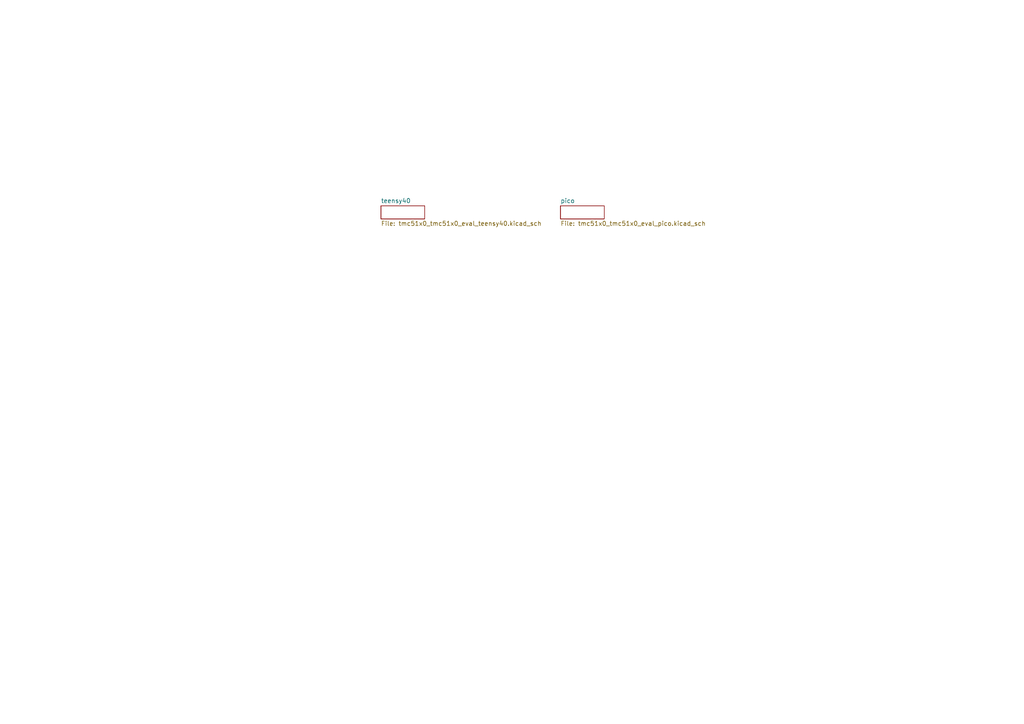
<source format=kicad_sch>
(kicad_sch (version 20230121) (generator eeschema)
  (paper "A4")
  (title_block (date "2024-06-13"))
  (lib_symbols)
  (sheet (at 110.49 59.69) (size 12.7 3.81) (stroke (width 0.1524))
    (property "Sheetname" "teensy40" (at 110.49 58.9784 0) (effects (justify left bottom)))
    (property "Sheetfile" "tmc51x0_tmc51x0_eval_teensy40.kicad_sch" (at 110.49 64.0846 0) (effects (justify left top)))
  )
  (sheet (at 162.56 59.69) (size 12.7 3.81) (stroke (width 0.1524))
    (property "Sheetname" "pico" (at 162.56 58.9784 0) (effects (justify left bottom)))
    (property "Sheetfile" "tmc51x0_tmc51x0_eval_pico.kicad_sch" (at 162.56 64.0846 0) (effects (justify left top)))
  )
)
</source>
